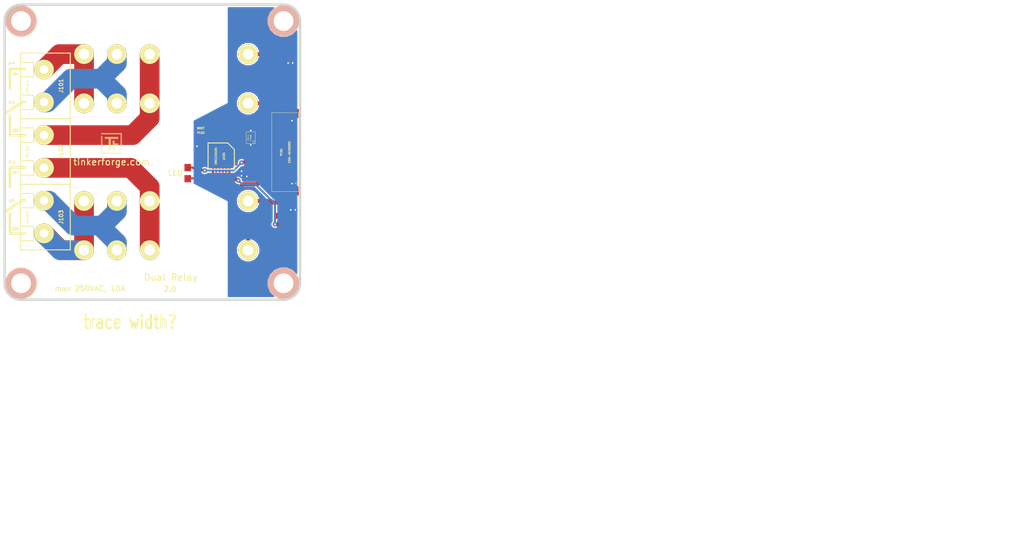
<source format=kicad_pcb>
(kicad_pcb (version 4) (host pcbnew 4.0.2+e4-6225~38~ubuntu15.10.1-stable)
  (title_block (title "Dual Relay Bricklet") (rev 1.2) (company "Tinkerforge GmbH") (comment 1 "Licensed under CERN OHL v.1.1") (comment 2 "Copyright (©) 2013, B.Nordmeyer <bastian@tinkerforge.com>"))
  (layers (0 Vorderseite signal) (31 Rückseite signal) (34 B.Paste user) (35 F.Paste user) (36 B.SilkS user) (37 F.SilkS user) (38 B.Mask user) (39 F.Mask user) (44 Edge.Cuts user))
  (net 0 "")
  (net 1 +5V)
  (net 2 GND)
  (net 3 VCC)
  (net 4 "Net-(C101-Pad2)")
  (net 5 "Net-(D101-Pad2)")
  (net 6 "Net-(FILTER101-Pad1)")
  (net 7 "Net-(FILTER101-Pad2)")
  (net 8 "Net-(FILTER101-Pad3)")
  (net 9 "Net-(FILTER101-Pad4)")
  (net 10 S-MISO)
  (net 11 S-MOSI)
  (net 12 S-CLK)
  (net 13 S-CS)
  (net 14 "Net-(J101-Pad1)")
  (net 15 "Net-(J101-Pad2)")
  (net 16 "Net-(J102-Pad1)")
  (net 17 "Net-(J102-Pad2)")
  (net 18 "Net-(J103-Pad1)")
  (net 19 "Net-(J103-Pad2)")
  (net 20 "Net-(P102-Pad2)")
  (net 21 "Net-(Q101-PadG)")
  (net 22 "Net-(D102-Pad1)")
  (net 23 "Net-(Q102-PadG)")
  (net 24 "Net-(D103-Pad1)")
  (net 25 "Net-(R101-Pad1)")
  (net 26 RELAY1)
  (net 27 RELAY0)
  (module D0603E (layer Vorderseite) (at 154.975 107.375 270)
    (fp_text reference D101)
    (fp_text value blue)
    (pad 1 smd rect (at -0.8501 0 270) (size 1.1 1) (layers Vorderseite F.Paste F.Mask) (net 3 VCC))
    (pad 2 smd rect (at 0.8501 0 270) (size 1.1 1) (layers Vorderseite F.Paste F.Mask) (net 5 "Net-(D101-Pad2)"))
  )
  (module kicad-libraries:DFN8-17x135 (layer Vorderseite) (at 164.575 101.975 270)
    (fp_text reference FILTER101 (at 0 0 270) (layer F.SilkS) (effects (font (size 0.127 0.127) (thickness 0.03175))))
    (fp_text value Filter-4x (at 0 0.4 270) (layer F.SilkS) (effects (font (size 0.127 0.127) (thickness 0.03175))))
    (pad 1 smd rect (at 0.6 -0.675 270) (size 0.25 0.6) (layers Vorderseite F.Paste F.Mask) (net 6 "Net-(FILTER101-Pad1)"))
    (pad 2 smd rect (at 0.2 -0.675 270) (size 0.25 0.6) (layers Vorderseite F.Paste F.Mask) (net 7 "Net-(FILTER101-Pad2)"))
    (pad 3 smd rect (at -0.2 -0.675 270) (size 0.25 0.6) (layers Vorderseite F.Paste F.Mask) (net 8 "Net-(FILTER101-Pad3)"))
    (pad 4 smd rect (at -0.6 -0.675 270) (size 0.25 0.6) (layers Vorderseite F.Paste F.Mask) (net 9 "Net-(FILTER101-Pad4)"))
    (pad 5 smd rect (at -0.6 0.675 270) (size 0.25 0.6) (layers Vorderseite F.Paste F.Mask) (net 10 S-MISO))
    (pad 6 smd rect (at -0.2 0.675 270) (size 0.25 0.6) (layers Vorderseite F.Paste F.Mask) (net 11 S-MOSI))
    (pad 7 smd rect (at 0.2 0.675 270) (size 0.25 0.6) (layers Vorderseite F.Paste F.Mask) (net 12 S-CLK))
    (pad 8 smd rect (at 0.6 0.675 270) (size 0.25 0.6) (layers Vorderseite F.Paste F.Mask) (net 13 S-CS))
    (pad EXP smd rect (at 0 0 270) (size 1.2 0.4) (layers Vorderseite F.Paste F.Mask) (net 2 GND))
  )
  (module AKL_5_2 (layer Vorderseite) (at 133.075 94.075 90)
    (fp_text reference J101 (at 0 2.60096 90) (layer F.SilkS) (effects (font (size 0.59944 0.59944) (thickness 0.12446))))
    (fp_text value AKL_5_2 (at -0.0508 -2.55016 90) (layer F.SilkS) (effects (font (size 0.29972 0.29972) (thickness 0.0762))))
    (pad 1 thru_hole circle (at -2.49936 0 90) (size 2.99974 2.99974) (drill 1.30048) (layers *.Cu *.Mask F.SilkS) (net 14 "Net-(J101-Pad1)"))
    (pad 2 thru_hole circle (at 2.49936 0 90) (size 2.99974 2.99974) (drill 1.30048) (layers *.Cu *.Mask F.SilkS) (net 15 "Net-(J101-Pad2)"))
  )
  (module AKL_5_2 (layer Vorderseite) (at 133.075 104.075 90)
    (fp_text reference J102 (at 0 2.60096 90) (layer F.SilkS) (effects (font (size 0.59944 0.59944) (thickness 0.12446))))
    (fp_text value AKL_5_2 (at -0.0508 -2.55016 90) (layer F.SilkS) (effects (font (size 0.29972 0.29972) (thickness 0.0762))))
    (pad 1 thru_hole circle (at -2.49936 0 90) (size 2.99974 2.99974) (drill 1.30048) (layers *.Cu *.Mask F.SilkS) (net 16 "Net-(J102-Pad1)"))
    (pad 2 thru_hole circle (at 2.49936 0 90) (size 2.99974 2.99974) (drill 1.30048) (layers *.Cu *.Mask F.SilkS) (net 17 "Net-(J102-Pad2)"))
  )
  (module AKL_5_2 (layer Vorderseite) (at 133.075 114.075 90)
    (fp_text reference J103 (at 0 2.60096 90) (layer F.SilkS) (effects (font (size 0.59944 0.59944) (thickness 0.12446))))
    (fp_text value AKL_5_2 (at -0.0508 -2.55016 90) (layer F.SilkS) (effects (font (size 0.29972 0.29972) (thickness 0.0762))))
    (pad 1 thru_hole circle (at -2.49936 0 90) (size 2.99974 2.99974) (drill 1.30048) (layers *.Cu *.Mask F.SilkS) (net 18 "Net-(J103-Pad1)"))
    (pad 2 thru_hole circle (at 2.49936 0 90) (size 2.99974 2.99974) (drill 1.30048) (layers *.Cu *.Mask F.SilkS) (net 19 "Net-(J103-Pad2)"))
  )
  (module CON-SENSOR2 (layer Vorderseite) (at 172.075 104.175 90)
    (fp_text reference P101 (at 0 -2.85 90) (layer F.SilkS) (effects (font (size 0.3 0.3) (thickness 0.075))))
    (fp_text value CON-SENSOR2 (at 0 -1.6002 90) (layer F.SilkS) (effects (font (size 0.29972 0.29972) (thickness 0.07112))))
    (pad 1 smd rect (at -3.75 -4.6 90) (size 0.6 1.8) (layers Vorderseite F.Paste F.Mask) (net 1 +5V))
    (pad 2 smd rect (at -2.5 -4.6 90) (size 0.6 1.8) (layers Vorderseite F.Paste F.Mask) (net 2 GND))
    (pad EP smd rect (at -5.9 -1.2 90) (size 1.4 2.4) (layers Vorderseite F.Paste F.Mask) (net 2 GND))
    (pad EP smd rect (at 5.9 -1.2 90) (size 1.4 2.4) (layers Vorderseite F.Paste F.Mask) (net 2 GND))
    (pad 3 smd rect (at -1.25 -4.6 90) (size 0.6 1.8) (layers Vorderseite F.Paste F.Mask) (net 4 "Net-(C101-Pad2)"))
    (pad 4 smd rect (at 0 -4.6 90) (size 0.6 1.8) (layers Vorderseite F.Paste F.Mask) (net 6 "Net-(FILTER101-Pad1)"))
    (pad 5 smd rect (at 1.25 -4.6 90) (size 0.6 1.8) (layers Vorderseite F.Paste F.Mask) (net 7 "Net-(FILTER101-Pad2)"))
    (pad 6 smd rect (at 2.5 -4.6 90) (size 0.6 1.8) (layers Vorderseite F.Paste F.Mask) (net 8 "Net-(FILTER101-Pad3)"))
    (pad 7 smd rect (at 3.75 -4.6 90) (size 0.6 1.8) (layers Vorderseite F.Paste F.Mask) (net 9 "Net-(FILTER101-Pad4)"))
  )
  (module kicad-libraries:SolderJumper (layer Vorderseite) (at 156.975 100.875)
    (fp_text reference P102 (at 0 0.35) (layer F.SilkS) (effects (font (size 0.3 0.3) (thickness 0.0712))))
    (fp_text value BOOT (at 0 -0.35) (layer F.SilkS) (effects (font (size 0.3 0.3) (thickness 0.0712))))
    (pad 2 smd rect (at 0.55 0) (size 0.3 1.4) (layers Vorderseite F.Mask) (net 20 "Net-(P102-Pad2)"))
    (pad 2 smd rect (at 0.15 0) (size 0.6 0.5) (layers Vorderseite F.Mask) (net 20 "Net-(P102-Pad2)"))
    (pad 1 smd rect (at -0.5 0) (size 0.4 1.4) (layers Vorderseite F.Mask) (net 2 GND))
    (pad 1 smd rect (at -0.225 0.55) (size 0.95 0.3) (layers Vorderseite F.Mask) (net 2 GND))
    (pad 1 smd rect (at -0.225 -0.55) (size 0.95 0.3) (layers Vorderseite F.Mask) (net 2 GND))
  )
  (module SOT23GDS (layer Vorderseite) (at 169.375 90.375 180)
    (fp_text reference Q101)
    (fp_text value 2N7002P)
    (pad S smd rect (at -0.889 -1.016 180) (size 0.9144 0.9144) (layers Vorderseite F.Paste F.Mask) (net 2 GND))
    (pad G smd rect (at 0.889 -1.016 180) (size 0.9144 0.9144) (layers Vorderseite F.Paste F.Mask) (net 21 "Net-(Q101-PadG)"))
    (pad D smd rect (at 0 1.016 180) (size 0.9144 0.9144) (layers Vorderseite F.Paste F.Mask) (net 22 "Net-(D102-Pad1)"))
  )
  (module SOT23GDS (layer Vorderseite) (at 169.775 112.875 180)
    (fp_text reference Q102)
    (fp_text value 2N7002P)
    (pad S smd rect (at -0.889 -1.016 180) (size 0.9144 0.9144) (layers Vorderseite F.Paste F.Mask) (net 2 GND))
    (pad G smd rect (at 0.889 -1.016 180) (size 0.9144 0.9144) (layers Vorderseite F.Paste F.Mask) (net 23 "Net-(Q102-PadG)"))
    (pad D smd rect (at 0 1.016 180) (size 0.9144 0.9144) (layers Vorderseite F.Paste F.Mask) (net 24 "Net-(D103-Pad1)"))
  )
  (module RELAY_29_127 (layer Vorderseite) (at 152.675 92.975 180)
    (fp_text reference REL101)
    (fp_text value RELAY_29_127)
    (pad A1 thru_hole circle (at -11.5 -3.75 180) (size 3 3) (drill 1.6) (layers *.Cu *.Mask F.SilkS) (net 1 +5V))
    (pad A2 thru_hole circle (at -11.5 3.75 180) (size 3 3) (drill 1.6) (layers *.Cu *.Mask F.SilkS) (net 22 "Net-(D102-Pad1)"))
    (pad 5 thru_hole circle (at 8.5 3.75 180) (size 3 3) (drill 1.6) (layers *.Cu *.Mask F.SilkS) (net 14 "Net-(J101-Pad1)"))
    (pad 2 thru_hole circle (at 8.5 -3.75 180) (size 3 3) (drill 1.6) (layers *.Cu *.Mask F.SilkS) (net 14 "Net-(J101-Pad1)"))
    (pad 3 thru_hole circle (at 13.5 -3.75 180) (size 3 3) (drill 1.6) (layers *.Cu *.Mask F.SilkS) (net 15 "Net-(J101-Pad2)"))
    (pad 4 thru_hole circle (at 13.5 3.75 180) (size 3 3) (drill 1.6) (layers *.Cu *.Mask F.SilkS) (net 15 "Net-(J101-Pad2)"))
    (pad 6 thru_hole circle (at 3.5 3.75 180) (size 3 3) (drill 1.6) (layers *.Cu *.Mask F.SilkS) (net 17 "Net-(J102-Pad2)"))
    (pad 1 thru_hole circle (at 3.5 -3.75 180) (size 3 3) (drill 1.6) (layers *.Cu *.Mask F.SilkS) (net 17 "Net-(J102-Pad2)"))
  )
  (module RELAY_29_127 (layer Vorderseite) (at 152.675 115.375 180)
    (fp_text reference REL102)
    (fp_text value RELAY_29_127)
    (pad A1 thru_hole circle (at -11.5 -3.75 180) (size 3 3) (drill 1.6) (layers *.Cu *.Mask F.SilkS) (net 1 +5V))
    (pad A2 thru_hole circle (at -11.5 3.75 180) (size 3 3) (drill 1.6) (layers *.Cu *.Mask F.SilkS) (net 24 "Net-(D103-Pad1)"))
    (pad 5 thru_hole circle (at 8.5 3.75 180) (size 3 3) (drill 1.6) (layers *.Cu *.Mask F.SilkS) (net 19 "Net-(J103-Pad2)"))
    (pad 2 thru_hole circle (at 8.5 -3.75 180) (size 3 3) (drill 1.6) (layers *.Cu *.Mask F.SilkS) (net 19 "Net-(J103-Pad2)"))
    (pad 3 thru_hole circle (at 13.5 -3.75 180) (size 3 3) (drill 1.6) (layers *.Cu *.Mask F.SilkS) (net 18 "Net-(J103-Pad1)"))
    (pad 4 thru_hole circle (at 13.5 3.75 180) (size 3 3) (drill 1.6) (layers *.Cu *.Mask F.SilkS) (net 18 "Net-(J103-Pad1)"))
    (pad 6 thru_hole circle (at 3.5 3.75 180) (size 3 3) (drill 1.6) (layers *.Cu *.Mask F.SilkS) (net 16 "Net-(J102-Pad1)"))
    (pad 1 thru_hole circle (at 3.5 -3.75 180) (size 3 3) (drill 1.6) (layers *.Cu *.Mask F.SilkS) (net 16 "Net-(J102-Pad1)"))
  )
  (module kicad-libraries:QFN24-4x4mm-0.5mm (layer Vorderseite) (at 160.075 104.775 270)
    (fp_text reference U101 (at 0 -0.4 270) (layer F.SilkS) (effects (font (size 0.3 0.3) (thickness 0.075))))
    (fp_text value XMC1XXX24 (at 0 0.8 270) (layer F.SilkS) (effects (font (size 0.3 0.3) (thickness 0.075))))
    (pad 1 smd oval (at -2.025 -1.25 270) (size 1 0.3) (layers Vorderseite F.Paste F.Mask) (net 10 S-MISO))
    (pad 2 smd oval (at -2.025 -0.75 270) (size 1 0.3) (layers Vorderseite F.Paste F.Mask) (net 26 RELAY1))
    (pad 3 smd oval (at -2.025 -0.25 270) (size 1 0.3) (layers Vorderseite F.Paste F.Mask))
    (pad 4 smd oval (at -2.025 0.25 270) (size 1 0.3) (layers Vorderseite F.Paste F.Mask))
    (pad 5 smd oval (at -2.025 0.75 270) (size 1 0.3) (layers Vorderseite F.Paste F.Mask))
    (pad 6 smd oval (at -2.025 1.25 270) (size 1 0.3) (layers Vorderseite F.Paste F.Mask))
    (pad 7 smd oval (at -1.25 2.025) (size 1 0.3) (layers Vorderseite F.Paste F.Mask) (net 20 "Net-(P102-Pad2)"))
    (pad 8 smd oval (at -0.75 2.025) (size 1 0.3) (layers Vorderseite F.Paste F.Mask))
    (pad 9 smd oval (at -0.25 2.025) (size 1 0.3) (layers Vorderseite F.Paste F.Mask) (net 2 GND))
    (pad 10 smd oval (at 0.25 2.025) (size 1 0.3) (layers Vorderseite F.Paste F.Mask) (net 3 VCC))
    (pad 11 smd oval (at 0.75 2.025) (size 1 0.3) (layers Vorderseite F.Paste F.Mask))
    (pad 12 smd oval (at 1.25 2.025) (size 1 0.3) (layers Vorderseite F.Paste F.Mask))
    (pad 13 smd oval (at 2.025 1.25 270) (size 1 0.3) (layers Vorderseite F.Paste F.Mask) (net 25 "Net-(R101-Pad1)"))
    (pad 14 smd oval (at 2.025 0.75 270) (size 1 0.3) (layers Vorderseite F.Paste F.Mask))
    (pad 15 smd oval (at 2.025 0.25 270) (size 1 0.3) (layers Vorderseite F.Paste F.Mask))
    (pad 16 smd oval (at 2.025 -0.25 270) (size 1 0.3) (layers Vorderseite F.Paste F.Mask))
    (pad 17 smd oval (at 2.025 -0.75 270) (size 1 0.3) (layers Vorderseite F.Paste F.Mask))
    (pad 18 smd oval (at 2.025 -1.25 270) (size 1 0.3) (layers Vorderseite F.Paste F.Mask) (net 27 RELAY0))
    (pad 19 smd oval (at 1.25 -2.025) (size 1 0.3) (layers Vorderseite F.Paste F.Mask))
    (pad 20 smd oval (at 0.75 -2.025) (size 1 0.3) (layers Vorderseite F.Paste F.Mask))
    (pad 21 smd oval (at 0.25 -2.025) (size 1 0.3) (layers Vorderseite F.Paste F.Mask))
    (pad 22 smd oval (at -0.25 -2.025) (size 1 0.3) (layers Vorderseite F.Paste F.Mask) (net 13 S-CS))
    (pad 23 smd oval (at -0.75 -2.025) (size 1 0.3) (layers Vorderseite F.Paste F.Mask) (net 12 S-CLK))
    (pad 24 smd oval (at -1.25 -2.025) (size 1 0.3) (layers Vorderseite F.Paste F.Mask) (net 11 S-MOSI))
    (pad EXP smd rect (at 0.65 0.65 270) (size 1.3 1.3) (layers Vorderseite F.Paste F.Mask) (net 2 GND))
    (pad EXP smd rect (at 0.65 -0.65 270) (size 1.3 1.3) (layers Vorderseite F.Paste F.Mask) (net 2 GND))
    (pad EXP smd rect (at -0.65 0.65 270) (size 1.3 1.3) (layers Vorderseite F.Paste F.Mask) (net 2 GND))
    (pad EXP smd rect (at -0.65 -0.65 270) (size 1.3 1.3) (layers Vorderseite F.Paste F.Mask) (net 2 GND))
  )
  (module DRILL_NP (layer Vorderseite) (at 169.575 84.175)
    (fp_text reference U102 hide)
    (fp_text value DRILL hide)
    (pad "" np_thru_hole circle (at 0 0) (size 2.99974 2.99974) (drill 2.99974) (layers *.Cu *.Mask F.SilkS) (clearance 0.89916))
  )
  (module DRILL_NP (layer Vorderseite) (at 169.575 124.175)
    (fp_text reference U103 hide)
    (fp_text value DRILL hide)
    (pad "" np_thru_hole circle (at 0 0) (size 2.99974 2.99974) (drill 2.99974) (layers *.Cu *.Mask F.SilkS) (clearance 0.89916))
  )
  (module DRILL_NP (layer Vorderseite) (at 129.575 84.175)
    (fp_text reference U104 hide)
    (fp_text value DRILL hide)
    (pad "" np_thru_hole circle (at 0 0) (size 2.99974 2.99974) (drill 2.99974) (layers *.Cu *.Mask F.SilkS) (clearance 0.89916))
  )
  (module DRILL_NP (layer Vorderseite) (at 129.575 124.175)
    (fp_text reference U105 hide)
    (fp_text value DRILL hide)
    (pad "" np_thru_hole circle (at 0 0) (size 2.99974 2.99974) (drill 2.99974) (layers *.Cu *.Mask F.SilkS) (clearance 0.89916))
  )
  (module C0603F (layer Vorderseite) (at 165.575 106.375 90)
    (fp_text reference C101)
    (fp_text value 1uF)
    (pad 1 smd rect (at -0.75 0 90) (size 0.9 0.9) (layers Vorderseite F.Paste F.Mask) (net 2 GND))
    (pad 2 smd rect (at 0.75 0 90) (size 0.9 0.9) (layers Vorderseite F.Paste F.Mask) (net 4 "Net-(C101-Pad2)"))
  )
  (module C0603F (layer Vorderseite) (at 163.975 106.375 90)
    (fp_text reference C102)
    (fp_text value 1uF)
    (pad 1 smd rect (at -0.75 0 90) (size 0.9 0.9) (layers Vorderseite F.Paste F.Mask) (net 2 GND))
    (pad 2 smd rect (at 0.75 0 90) (size 0.9 0.9) (layers Vorderseite F.Paste F.Mask) (net 3 VCC))
  )
  (module C0603F (layer Vorderseite) (at 156.375 104.775 90)
    (fp_text reference C103)
    (fp_text value 100nF)
    (pad 1 smd rect (at -0.75 0 90) (size 0.9 0.9) (layers Vorderseite F.Paste F.Mask) (net 3 VCC))
    (pad 2 smd rect (at 0.75 0 90) (size 0.9 0.9) (layers Vorderseite F.Paste F.Mask) (net 2 GND))
  )
  (module R0603F (layer Vorderseite) (at 164.775 104.375 180)
    (fp_text reference FB101)
    (fp_text value FILTER)
    (pad 1 smd rect (at -0.75 0 180) (size 0.9 0.9) (layers Vorderseite F.Paste F.Mask) (net 4 "Net-(C101-Pad2)"))
    (pad 2 smd rect (at 0.75 0 180) (size 0.9 0.9) (layers Vorderseite F.Paste F.Mask) (net 3 VCC))
  )
  (module R0603F (layer Vorderseite) (at 157.675 108.175 180)
    (fp_text reference R101)
    (fp_text value 1k)
    (pad 1 smd rect (at -0.75 0 180) (size 0.9 0.9) (layers Vorderseite F.Paste F.Mask) (net 25 "Net-(R101-Pad1)"))
    (pad 2 smd rect (at 0.75 0 180) (size 0.9 0.9) (layers Vorderseite F.Paste F.Mask) (net 5 "Net-(D101-Pad2)"))
  )
  (module R0603F (layer Vorderseite) (at 161.175 100.175 180)
    (fp_text reference R102)
    (fp_text value 10)
    (pad 1 smd rect (at -0.75 0 180) (size 0.9 0.9) (layers Vorderseite F.Paste F.Mask) (net 21 "Net-(Q101-PadG)"))
    (pad 2 smd rect (at 0.75 0 180) (size 0.9 0.9) (layers Vorderseite F.Paste F.Mask) (net 26 RELAY1))
  )
  (module R0603F (layer Vorderseite) (at 161.175 108.175 180)
    (fp_text reference R103)
    (fp_text value 10)
    (pad 1 smd rect (at -0.75 0 180) (size 0.9 0.9) (layers Vorderseite F.Paste F.Mask) (net 23 "Net-(Q102-PadG)"))
    (pad 2 smd rect (at 0.75 0 180) (size 0.9 0.9) (layers Vorderseite F.Paste F.Mask) (net 27 RELAY0))
  )
  (module R0603F (layer Vorderseite) (at 169.375 92.675 180)
    (fp_text reference R104)
    (fp_text value 10k)
    (pad 1 smd rect (at -0.75 0 180) (size 0.9 0.9) (layers Vorderseite F.Paste F.Mask) (net 2 GND))
    (pad 2 smd rect (at 0.75 0 180) (size 0.9 0.9) (layers Vorderseite F.Paste F.Mask) (net 21 "Net-(Q101-PadG)"))
  )
  (module R0603F (layer Vorderseite) (at 169.775 115.175 180)
    (fp_text reference R105)
    (fp_text value 10k)
    (pad 1 smd rect (at -0.75 0 180) (size 0.9 0.9) (layers Vorderseite F.Paste F.Mask) (net 2 GND))
    (pad 2 smd rect (at 0.75 0 180) (size 0.9 0.9) (layers Vorderseite F.Paste F.Mask) (net 23 "Net-(Q102-PadG)"))
  )
  (module kicad-libraries:Logo_31x31 (layer Vorderseite) (at 141.775 101.275)
    (fp_text reference G*** hide)
    (fp_text value Logo_31x31 hide)
  )
  (gr_text "trace width?" (at 146.175 130.075) (layer F.SilkS) (effects (font (size 2.032 1.524) (thickness 0.3048))))
  (gr_text LED (at 153.075 107.375) (layer F.SilkS) (effects (font (size 0.8001 0.8001) (thickness 0.14986))))
  (gr_text A (at 128.7 107.25 270) (layer F.SilkS) (effects (font (size 0.7 0.7) (thickness 0.14986))))
  (gr_text B (at 128.7 115.85 270) (layer F.SilkS) (effects (font (size 0.7 0.7) (thickness 0.14986))))
  (gr_line (start 127.9 106.5) (end 127.9 108.65) (angle 90) (layer F.SilkS) (width 0.381))
  (gr_line (start 127.9 106.5) (end 129.7 106.5) (angle 90) (layer F.SilkS) (width 0.381))
  (gr_text S (at 128.1 111.6 270) (layer F.SilkS) (effects (font (size 0.7 0.7) (thickness 0.14986))))
  (gr_line (start 127.9 109.5) (end 127.9 108.65) (angle 90) (layer F.SilkS) (width 0.381))
  (gr_line (start 127.9 116.6) (end 127.9 113.6) (angle 90) (layer F.SilkS) (width 0.381))
  (gr_line (start 127.9 116.6) (end 129.7 116.6) (angle 90) (layer F.SilkS) (width 0.381))
  (gr_line (start 129.7 111.55) (end 130.25 111.55) (angle 90) (layer F.SilkS) (width 0.381))
  (gr_line (start 129.7 106.5) (end 130.175 106.5) (angle 90) (layer F.SilkS) (width 0.381))
  (gr_line (start 129.675 116.6) (end 130.225 116.6) (angle 90) (layer F.SilkS) (width 0.381))
  (gr_line (start 129.7 111.55) (end 127.4 113.15) (angle 90) (layer F.SilkS) (width 0.381))
  (gr_line (start 129.675 116.6) (end 130.225 116.6) (angle 90) (layer F.SilkS) (width 0.381))
  (gr_line (start 129.7 106.5) (end 130.175 106.5) (angle 90) (layer F.SilkS) (width 0.381))
  (gr_text 2 (at 128.15 105.65 270) (layer F.SilkS) (effects (font (size 0.8 0.8))))
  (gr_text 1 (at 128.15 90.65 270) (layer F.SilkS) (effects (font (size 0.8 0.8))))
  (gr_line (start 129.7 91.5) (end 130.175 91.5) (angle 90) (layer F.SilkS) (width 0.381))
  (gr_line (start 129.675 101.6) (end 130.225 101.6) (angle 90) (layer F.SilkS) (width 0.381))
  (gr_line (start 129.7 96.55) (end 127.4 98.15) (angle 90) (layer F.SilkS) (width 0.381))
  (gr_line (start 129.675 101.6) (end 130.225 101.6) (angle 90) (layer F.SilkS) (width 0.381))
  (gr_line (start 129.7 91.5) (end 130.175 91.5) (angle 90) (layer F.SilkS) (width 0.381))
  (gr_line (start 129.7 96.55) (end 130.25 96.55) (angle 90) (layer F.SilkS) (width 0.381))
  (gr_line (start 127.9 101.6) (end 129.7 101.6) (angle 90) (layer F.SilkS) (width 0.381))
  (gr_line (start 127.9 101.6) (end 127.9 98.6) (angle 90) (layer F.SilkS) (width 0.381))
  (gr_line (start 127.9 94.5) (end 127.9 93.65) (angle 90) (layer F.SilkS) (width 0.381))
  (gr_text S (at 128.1 96.6 270) (layer F.SilkS) (effects (font (size 0.7 0.7) (thickness 0.14986))))
  (gr_line (start 127.9 91.5) (end 129.7 91.5) (angle 90) (layer F.SilkS) (width 0.381))
  (gr_line (start 127.9 91.5) (end 127.9 93.65) (angle 90) (layer F.SilkS) (width 0.381))
  (gr_text 2.0 (at 152.27554 125.04928) (layer F.SilkS) (effects (font (size 0.8001 0.8001) (thickness 0.14986))))
  (gr_text tinkerforge.com (at 143.375 105.675) (layer F.SilkS) (effects (font (size 1.00076 1.00076) (thickness 0.14986))))
  (gr_text "max 250VAC, 10A" (at 140.07338 124.97308) (layer F.SilkS) (effects (font (size 0.8001 0.8001) (thickness 0.14986))))
  (gr_text B (at 128.7 100.85 270) (layer F.SilkS) (effects (font (size 0.7 0.7) (thickness 0.14986))))
  (gr_text A (at 128.7 92.25 270) (layer F.SilkS) (effects (font (size 0.7 0.7) (thickness 0.14986))))
  (gr_line (start 127.07366 124.17298) (end 127.07366 84.17306) (angle 90) (layer Edge.Cuts) (width 0.381))
  (gr_line (start 129.57302 126.67234) (end 169.57294 126.67234) (angle 90) (layer Edge.Cuts) (width 0.381))
  (gr_line (start 129.57302 81.67116) (end 169.57294 81.67116) (angle 90) (layer Edge.Cuts) (width 0.381))
  (gr_arc (start 129.57302 84.17306) (end 127.07366 84.17306) (angle 90) (layer Edge.Cuts) (width 0.381))
  (gr_arc (start 129.57302 124.17298) (end 129.57302 126.67234) (angle 90) (layer Edge.Cuts) (width 0.381))
  (gr_line (start 172.0723 124.17298) (end 172.0723 84.17306) (angle 90) (layer Edge.Cuts) (width 0.381))
  (gr_arc (start 169.57294 124.17298) (end 172.0723 124.17298) (angle 90) (layer Edge.Cuts) (width 0.381))
  (gr_arc (start 169.57294 84.17306) (end 169.57294 81.67116) (angle 90) (layer Edge.Cuts) (width 0.381))
  (gr_text "Dual Relay" (at 152.3746 123.27128) (layer F.SilkS) (effects (font (size 1.00076 1.00076) (thickness 0.14986))))
  (segment (start 167.475 107.925) (end 166.725 107.925) (width 0.59944) (layer Vorderseite) (net 1))
  (segment (start 166.725 107.925) (end 165.575 109.075) (width 0.59944) (layer Vorderseite) (net 1))
  (segment (start 164.175 116.075) (end 164.175 119.125) (width 0.59944) (layer Vorderseite) (net 1))
  (segment (start 161.875 113.775) (end 164.175 116.075) (width 0.59944) (layer Vorderseite) (net 1))
  (segment (start 161.875 110.575) (end 161.875 113.775) (width 0.59944) (layer Vorderseite) (net 1))
  (segment (start 163.375 109.075) (end 161.875 110.575) (width 0.59944) (layer Vorderseite) (net 1))
  (segment (start 165.575 109.075) (end 163.375 109.075) (width 0.59944) (layer Vorderseite) (net 1))
  (segment (start 167.475 107.925) (end 168.325 107.925) (width 0.59944) (layer Vorderseite) (net 1))
  (segment (start 168.325 107.925) (end 169.375 106.875) (width 0.59944) (layer Vorderseite) (net 1))
  (segment (start 166.325 96.725) (end 164.175 96.725) (width 0.59944) (layer Vorderseite) (net 1))
  (segment (start 169.375 99.775) (end 166.325 96.725) (width 0.59944) (layer Vorderseite) (net 1))
  (segment (start 169.375 106.875) (end 169.375 99.775) (width 0.59944) (layer Vorderseite) (net 1))
  (segment (start 156.475 100.875) (end 156.475 101.375) (width 0.24892) (layer Vorderseite) (net 2))
  (segment (start 156.475 101.375) (end 156.525 101.425) (width 0.24892) (layer Vorderseite) (net 2))
  (segment (start 156.525 101.425) (end 156.775 101.425) (width 0.24892) (layer Vorderseite) (net 2))
  (segment (start 156.775 101.425) (end 156.75 101.425) (width 0.24892) (layer Vorderseite) (net 2))
  (segment (start 156.75 100.325) (end 156.525 100.325) (width 0.24892) (layer Vorderseite) (net 2))
  (segment (start 156.525 100.325) (end 156.475 100.375) (width 0.24892) (layer Vorderseite) (net 2))
  (segment (start 156.475 100.375) (end 156.475 100.875) (width 0.24892) (layer Vorderseite) (net 2))
  (segment (start 170.675 112.975) (end 170.675 109.175) (width 0.29972) (layer Rückseite) (net 2))
  (segment (start 170.664 112.986) (end 170.675 112.975) (width 0.59944) (layer Vorderseite) (net 2))
  (via (at 170.675 112.975) (size 0.70104) (drill 0.24892) (layers Vorderseite Rückseite) (net 2))
  (segment (start 170.664 113.891) (end 170.664 112.986) (width 0.59944) (layer Vorderseite) (net 2))
  (segment (start 170.675 109.175) (end 170.875 108.975) (width 0.29972) (layer Rückseite) (net 2))
  (segment (start 170.275 90.575) (end 170.275 98.775) (width 0.29972) (layer Rückseite) (net 2))
  (segment (start 170.264 90.586) (end 170.275 90.575) (width 0.59944) (layer Vorderseite) (net 2))
  (via (at 170.275 90.575) (size 0.70104) (drill 0.24892) (layers Vorderseite Rückseite) (net 2))
  (segment (start 170.264 91.391) (end 170.264 90.586) (width 0.59944) (layer Vorderseite) (net 2))
  (segment (start 170.275 98.775) (end 170.875 99.375) (width 0.29972) (layer Rückseite) (net 2))
  (segment (start 170.875 99.375) (end 166.075 99.375) (width 0.29972) (layer Rückseite) (net 2))
  (segment (start 166.075 99.375) (end 164.575 100.875) (width 0.29972) (layer Rückseite) (net 2))
  (segment (start 164.575 100.875) (end 164.575 101.975) (width 0.24892) (layer Vorderseite) (net 2))
  (via (at 164.575 100.875) (size 0.70104) (drill 0.24892) (layers Vorderseite Rückseite) (net 2))
  (via (at 170.875 99.375) (size 0.70104) (drill 0.24892) (layers Vorderseite Rückseite) (net 2))
  (segment (start 170.875 98.275) (end 170.875 99.375) (width 0.59944) (layer Vorderseite) (net 2))
  (segment (start 170.875 108.975) (end 166.875 108.975) (width 0.29972) (layer Rückseite) (net 2))
  (segment (start 166.875 108.975) (end 165.775 107.875) (width 0.29972) (layer Rückseite) (net 2))
  (segment (start 165.775 107.875) (end 163.975 107.875) (width 0.29972) (layer Rückseite) (net 2))
  (segment (start 163.975 107.875) (end 163.975 107.125) (width 0.59944) (layer Vorderseite) (net 2))
  (via (at 163.975 107.875) (size 0.70104) (drill 0.24892) (layers Vorderseite Rückseite) (net 2))
  (via (at 170.875 108.975) (size 0.70104) (drill 0.24892) (layers Vorderseite Rückseite) (net 2))
  (segment (start 170.875 110.075) (end 170.875 108.975) (width 0.59944) (layer Vorderseite) (net 2))
  (segment (start 164.575 103.075) (end 164.575 105.675) (width 0.29972) (layer Rückseite) (net 2))
  (segment (start 163.225 107.125) (end 163.175 107.075) (width 0.59944) (layer Vorderseite) (net 2))
  (via (at 163.175 107.075) (size 0.70104) (drill 0.24892) (layers Vorderseite Rückseite) (net 2))
  (segment (start 163.225 107.125) (end 163.975 107.125) (width 0.59944) (layer Vorderseite) (net 2))
  (segment (start 164.575 105.675) (end 163.175 107.075) (width 0.29972) (layer Rückseite) (net 2))
  (segment (start 156.375 103.275) (end 164.375 103.275) (width 0.29972) (layer Rückseite) (net 2))
  (via (at 164.575 103.075) (size 0.70104) (drill 0.24892) (layers Vorderseite Rückseite) (net 2))
  (segment (start 164.575 103.075) (end 164.575 101.975) (width 0.24892) (layer Vorderseite) (net 2))
  (via (at 156.375 103.275) (size 0.70104) (drill 0.24892) (layers Vorderseite Rückseite) (net 2))
  (segment (start 164.375 103.275) (end 164.575 103.075) (width 0.29972) (layer Rückseite) (net 2))
  (segment (start 156.475 100.875) (end 156.475 103.175) (width 0.29972) (layer Vorderseite) (net 2))
  (segment (start 156.375 103.275) (end 156.375 104.025) (width 0.29972) (layer Vorderseite) (net 2))
  (segment (start 156.475 103.175) (end 156.375 103.275) (width 0.29972) (layer Vorderseite) (net 2))
  (segment (start 160.725 105.425) (end 159.425 105.425) (width 0.29972) (layer Vorderseite) (net 2))
  (segment (start 160.725 104.125) (end 160.725 105.425) (width 0.29972) (layer Vorderseite) (net 2))
  (segment (start 159.425 104.125) (end 160.725 104.125) (width 0.29972) (layer Vorderseite) (net 2))
  (segment (start 158.05 104.525) (end 159.025 104.525) (width 0.29972) (layer Vorderseite) (net 2))
  (segment (start 159.025 104.525) (end 159.425 104.125) (width 0.29972) (layer Vorderseite) (net 2))
  (segment (start 163.975 107.125) (end 163.825 107.125) (width 0.59944) (layer Vorderseite) (net 2))
  (segment (start 163.825 107.125) (end 163.175 107.775) (width 0.59944) (layer Vorderseite) (net 2))
  (via (at 163.175 107.775) (size 0.70104) (drill 0.24892) (layers Vorderseite Rückseite) (net 2))
  (segment (start 170.264 91.391) (end 170.264 91.286) (width 0.59944) (layer Vorderseite) (net 2))
  (segment (start 170.264 91.286) (end 170.975 90.575) (width 0.59944) (layer Vorderseite) (net 2))
  (via (at 170.975 90.575) (size 0.70104) (drill 0.24892) (layers Vorderseite Rückseite) (net 2))
  (segment (start 170.125 92.675) (end 170.125 92.225) (width 0.59944) (layer Vorderseite) (net 2))
  (segment (start 170.125 92.225) (end 170.264 92.086) (width 0.59944) (layer Vorderseite) (net 2))
  (segment (start 170.264 92.086) (end 170.264 91.391) (width 0.59944) (layer Vorderseite) (net 2))
  (segment (start 170.664 113.891) (end 170.664 113.686) (width 0.59944) (layer Vorderseite) (net 2))
  (segment (start 170.664 113.686) (end 171.375 112.975) (width 0.59944) (layer Vorderseite) (net 2))
  (via (at 171.375 112.975) (size 0.70104) (drill 0.24892) (layers Vorderseite Rückseite) (net 2))
  (segment (start 170.525 115.175) (end 170.525 114.03) (width 0.59944) (layer Vorderseite) (net 2))
  (segment (start 170.525 114.03) (end 170.664 113.891) (width 0.59944) (layer Vorderseite) (net 2))
  (segment (start 165.575 107.125) (end 163.975 107.125) (width 0.59944) (layer Vorderseite) (net 2))
  (segment (start 167.475 106.675) (end 166.575 106.675) (width 0.59944) (layer Vorderseite) (net 2))
  (segment (start 166.575 106.675) (end 166.125 107.125) (width 0.59944) (layer Vorderseite) (net 2))
  (segment (start 166.125 107.125) (end 165.575 107.125) (width 0.59944) (layer Vorderseite) (net 2))
  (segment (start 158.05 104.525) (end 157.325 104.525) (width 0.29972) (layer Vorderseite) (net 2))
  (segment (start 157.325 104.525) (end 156.825 104.025) (width 0.29972) (layer Vorderseite) (net 2))
  (segment (start 156.825 104.025) (end 156.375 104.025) (width 0.29972) (layer Vorderseite) (net 2))
  (segment (start 157.575 106.975) (end 156.175 106.975) (width 0.29972) (layer Vorderseite) (net 3))
  (segment (start 155.7249 106.5249) (end 154.975 106.5249) (width 0.29972) (layer Vorderseite) (net 3))
  (segment (start 156.175 106.975) (end 155.7249 106.5249) (width 0.29972) (layer Vorderseite) (net 3))
  (segment (start 156.375 105.525) (end 156.375 106.075) (width 0.29972) (layer Vorderseite) (net 3))
  (segment (start 157.275 106.975) (end 157.575 106.975) (width 0.29972) (layer Vorderseite) (net 3))
  (segment (start 156.375 106.075) (end 157.275 106.975) (width 0.29972) (layer Vorderseite) (net 3))
  (segment (start 163.975 105.625) (end 163.325 105.625) (width 0.29972) (layer Vorderseite) (net 3))
  (segment (start 163.325 105.625) (end 163.175 105.775) (width 0.29972) (layer Vorderseite) (net 3))
  (via (at 163.175 105.775) (size 0.70104) (drill 0.24892) (layers Vorderseite Rückseite) (net 3))
  (segment (start 163.175 105.775) (end 161.975 106.975) (width 0.29972) (layer Rückseite) (net 3))
  (segment (start 161.975 106.975) (end 157.575 106.975) (width 0.29972) (layer Rückseite) (net 3))
  (via (at 157.575 106.975) (size 0.70104) (drill 0.24892) (layers Vorderseite Rückseite) (net 3))
  (segment (start 158.05 105.025) (end 157.325 105.025) (width 0.29972) (layer Vorderseite) (net 3))
  (segment (start 157.325 105.025) (end 156.825 105.525) (width 0.29972) (layer Vorderseite) (net 3))
  (segment (start 156.825 105.525) (end 156.375 105.525) (width 0.29972) (layer Vorderseite) (net 3))
  (segment (start 163.975 105.625) (end 163.975 104.425) (width 0.59944) (layer Vorderseite) (net 3))
  (segment (start 163.975 104.425) (end 164.025 104.375) (width 0.59944) (layer Vorderseite) (net 3))
  (segment (start 165.575 105.625) (end 165.575 104.425) (width 0.59944) (layer Vorderseite) (net 4))
  (segment (start 165.575 104.425) (end 165.525 104.375) (width 0.59944) (layer Vorderseite) (net 4))
  (segment (start 167.475 105.425) (end 166.625 105.425) (width 0.59944) (layer Vorderseite) (net 4))
  (segment (start 166.625 105.425) (end 166.425 105.625) (width 0.59944) (layer Vorderseite) (net 4))
  (segment (start 166.425 105.625) (end 165.575 105.625) (width 0.59944) (layer Vorderseite) (net 4))
  (segment (start 156.925 108.175) (end 155.0251 108.175) (width 0.29972) (layer Vorderseite) (net 5))
  (segment (start 155.0251 108.175) (end 154.975 108.2251) (width 0.29972) (layer Vorderseite) (net 5))
  (segment (start 167.475 104.175) (end 166.675 104.175) (width 0.24892) (layer Vorderseite) (net 6))
  (segment (start 166.675 104.175) (end 165.875 103.375) (width 0.24892) (layer Vorderseite) (net 6))
  (segment (start 165.875 103.375) (end 165.875 102.875) (width 0.24892) (layer Vorderseite) (net 6))
  (segment (start 165.875 102.875) (end 165.575 102.575) (width 0.24892) (layer Vorderseite) (net 6))
  (segment (start 165.575 102.575) (end 165.25 102.575) (width 0.24892) (layer Vorderseite) (net 6))
  (segment (start 165.25 102.175) (end 165.875 102.175) (width 0.24892) (layer Vorderseite) (net 7))
  (segment (start 165.875 102.175) (end 166.625 102.925) (width 0.24892) (layer Vorderseite) (net 7))
  (segment (start 166.625 102.925) (end 167.475 102.925) (width 0.24892) (layer Vorderseite) (net 7))
  (segment (start 165.25 101.775) (end 166.175 101.775) (width 0.24892) (layer Vorderseite) (net 8))
  (segment (start 166.275 101.675) (end 167.475 101.675) (width 0.24892) (layer Vorderseite) (net 8))
  (segment (start 166.175 101.775) (end 166.275 101.675) (width 0.24892) (layer Vorderseite) (net 8))
  (segment (start 165.25 101.375) (end 165.775 101.375) (width 0.24892) (layer Vorderseite) (net 9))
  (segment (start 166.725 100.425) (end 167.475 100.425) (width 0.24892) (layer Vorderseite) (net 9))
  (segment (start 165.775 101.375) (end 166.725 100.425) (width 0.24892) (layer Vorderseite) (net 9))
  (segment (start 163.9 101.375) (end 162.175 101.375) (width 0.24892) (layer Vorderseite) (net 10))
  (segment (start 161.325 102.225) (end 161.325 102.75) (width 0.24892) (layer Vorderseite) (net 10))
  (segment (start 162.175 101.375) (end 161.325 102.225) (width 0.24892) (layer Vorderseite) (net 10))
  (segment (start 163.9 101.775) (end 162.875 101.775) (width 0.24892) (layer Vorderseite) (net 11))
  (segment (start 162.1 102.55) (end 162.1 103.525) (width 0.24892) (layer Vorderseite) (net 11))
  (segment (start 162.875 101.775) (end 162.1 102.55) (width 0.24892) (layer Vorderseite) (net 11))
  (segment (start 162.1 104.025) (end 162.626218 104.025) (width 0.24892) (layer Vorderseite) (net 12))
  (segment (start 163.175 102.175) (end 163.9 102.175) (width 0.24892) (layer Vorderseite) (net 12))
  (segment (start 162.876218 102.473782) (end 163.175 102.175) (width 0.24892) (layer Vorderseite) (net 12))
  (segment (start 162.876218 103.775) (end 162.876218 102.473782) (width 0.24892) (layer Vorderseite) (net 12))
  (segment (start 162.626218 104.025) (end 162.876218 103.775) (width 0.24892) (layer Vorderseite) (net 12))
  (segment (start 162.1 104.525) (end 162.725 104.525) (width 0.24892) (layer Vorderseite) (net 13))
  (segment (start 163.575 102.575) (end 163.9 102.575) (width 0.24892) (layer Vorderseite) (net 13))
  (segment (start 163.275 102.875) (end 163.575 102.575) (width 0.24892) (layer Vorderseite) (net 13))
  (segment (start 163.275 103.975) (end 163.275 102.875) (width 0.24892) (layer Vorderseite) (net 13))
  (segment (start 162.725 104.525) (end 163.275 103.975) (width 0.24892) (layer Vorderseite) (net 13))
  (segment (start 144.175 96.725) (end 144.175 95.375) (width 2.99974) (layer Rückseite) (net 14))
  (segment (start 144.175 95.375) (end 141.775 92.975) (width 2.99974) (layer Rückseite) (net 14))
  (segment (start 133.075 96.57436) (end 133.57564 96.57436) (width 2.99974) (layer Rückseite) (net 14))
  (segment (start 133.57564 96.57436) (end 137.175 92.975) (width 2.99974) (layer Rückseite) (net 14))
  (segment (start 137.175 92.975) (end 141.775 92.975) (width 2.99974) (layer Rückseite) (net 14))
  (segment (start 141.775 92.975) (end 144.175 90.575) (width 2.99974) (layer Rückseite) (net 14))
  (segment (start 144.175 90.575) (end 144.175 89.225) (width 2.99974) (layer Rückseite) (net 14))
  (segment (start 139.175 96.725) (end 139.175 89.225) (width 2.99974) (layer Vorderseite) (net 15))
  (segment (start 139.175 89.225) (end 135.42564 89.225) (width 2.99974) (layer Vorderseite) (net 15))
  (segment (start 135.42564 89.225) (end 133.075 91.57564) (width 2.99974) (layer Vorderseite) (net 15))
  (segment (start 133.075 106.57436) (end 146.27436 106.57436) (width 2.99974) (layer Vorderseite) (net 16))
  (segment (start 149.175 109.475) (end 149.175 111.625) (width 2.99974) (layer Vorderseite) (net 16))
  (segment (start 146.27436 106.57436) (end 149.175 109.475) (width 2.99974) (layer Vorderseite) (net 16))
  (segment (start 149.175 119.125) (end 149.175 111.625) (width 2.99974) (layer Vorderseite) (net 16))
  (segment (start 133.075 101.57564) (end 146.57436 101.57564) (width 2.99974) (layer Vorderseite) (net 17))
  (segment (start 149.175 98.975) (end 149.175 96.725) (width 2.99974) (layer Vorderseite) (net 17))
  (segment (start 146.57436 101.57564) (end 149.175 98.975) (width 2.99974) (layer Vorderseite) (net 17))
  (segment (start 149.175 96.725) (end 149.175 89.225) (width 2.99974) (layer Vorderseite) (net 17))
  (segment (start 133.075 116.57436) (end 133.075 116.675) (width 2.99974) (layer Rückseite) (net 18))
  (segment (start 133.075 116.675) (end 135.525 119.125) (width 2.99974) (layer Rückseite) (net 18))
  (segment (start 135.525 119.125) (end 139.175 119.125) (width 2.99974) (layer Rückseite) (net 18))
  (segment (start 139.175 119.125) (end 135.62564 119.125) (width 2.99974) (layer Vorderseite) (net 18))
  (segment (start 135.62564 119.125) (end 133.075 116.57436) (width 2.99974) (layer Vorderseite) (net 18))
  (segment (start 139.175 111.625) (end 139.175 119.125) (width 2.99974) (layer Vorderseite) (net 18))
  (segment (start 133.075 111.57564) (end 133.77564 111.57564) (width 2.99974) (layer Rückseite) (net 19))
  (segment (start 133.77564 111.57564) (end 137.575 115.375) (width 2.99974) (layer Rückseite) (net 19))
  (segment (start 137.575 115.375) (end 141.975 115.375) (width 2.99974) (layer Rückseite) (net 19))
  (segment (start 144.175 111.625) (end 144.175 113.175) (width 2.99974) (layer Rückseite) (net 19))
  (segment (start 144.175 113.175) (end 141.975 115.375) (width 2.99974) (layer Rückseite) (net 19))
  (segment (start 141.975 115.375) (end 141.775 115.575) (width 2.99974) (layer Rückseite) (net 19))
  (segment (start 144.175 119.125) (end 144.175 117.975) (width 2.99974) (layer Rückseite) (net 19))
  (segment (start 144.175 117.975) (end 141.775 115.575) (width 2.99974) (layer Rückseite) (net 19))
  (segment (start 157.125 100.875) (end 157.525 100.875) (width 0.29972) (layer Vorderseite) (net 20))
  (segment (start 158.05 103.525) (end 158.05 101.4) (width 0.29972) (layer Vorderseite) (net 20))
  (segment (start 158.05 101.4) (end 157.525 100.875) (width 0.29972) (layer Vorderseite) (net 20))
  (segment (start 168.625 92.675) (end 168.625 93.825) (width 0.59944) (layer Vorderseite) (net 21))
  (segment (start 161.925 95.825) (end 161.925 100.175) (width 0.59944) (layer Vorderseite) (net 21))
  (segment (start 163.475 94.275) (end 161.925 95.825) (width 0.59944) (layer Vorderseite) (net 21))
  (segment (start 168.175 94.275) (end 163.475 94.275) (width 0.59944) (layer Vorderseite) (net 21))
  (segment (start 168.625 93.825) (end 168.175 94.275) (width 0.59944) (layer Vorderseite) (net 21))
  (segment (start 168.625 92.675) (end 168.625 92.325) (width 0.59944) (layer Vorderseite) (net 21))
  (segment (start 168.625 92.325) (end 168.486 92.186) (width 0.59944) (layer Vorderseite) (net 21))
  (segment (start 168.486 92.186) (end 168.486 91.391) (width 0.59944) (layer Vorderseite) (net 21))
  (segment (start 164.175 89.225) (end 169.241 89.225) (width 0.59944) (layer Vorderseite) (net 22))
  (segment (start 169.241 89.225) (end 169.375 89.359) (width 0.59944) (layer Vorderseite) (net 22))
  (segment (start 161.925 108.175) (end 162.375 108.175) (width 0.29972) (layer Vorderseite) (net 23))
  (segment (start 162.375 108.175) (end 162.675 108.475) (width 0.29972) (layer Vorderseite) (net 23))
  (via (at 162.675 108.475) (size 0.70104) (drill 0.24892) (layers Vorderseite Rückseite) (net 23))
  (segment (start 162.675 108.475) (end 163.275 109.075) (width 0.29972) (layer Rückseite) (net 23))
  (segment (start 163.275 109.075) (end 165.275 109.075) (width 0.29972) (layer Rückseite) (net 23))
  (segment (start 165.275 109.075) (end 168.275 112.075) (width 0.29972) (layer Rückseite) (net 23))
  (segment (start 168.275 112.075) (end 168.275 115.175) (width 0.29972) (layer Rückseite) (net 23))
  (via (at 168.275 115.175) (size 0.70104) (drill 0.24892) (layers Vorderseite Rückseite) (net 23))
  (segment (start 168.275 115.175) (end 169.025 115.175) (width 0.29972) (layer Vorderseite) (net 23))
  (segment (start 169.025 115.175) (end 169.025 114.03) (width 0.59944) (layer Vorderseite) (net 23))
  (segment (start 169.025 114.03) (end 168.886 113.891) (width 0.59944) (layer Vorderseite) (net 23))
  (segment (start 164.175 111.625) (end 167.725 111.625) (width 0.59944) (layer Vorderseite) (net 24))
  (segment (start 167.959 111.859) (end 169.775 111.859) (width 0.59944) (layer Vorderseite) (net 24))
  (segment (start 167.725 111.625) (end 167.959 111.859) (width 0.59944) (layer Vorderseite) (net 24))
  (segment (start 158.825 106.8) (end 158.825 107.325) (width 0.29972) (layer Vorderseite) (net 25))
  (segment (start 158.825 107.325) (end 158.425 107.725) (width 0.29972) (layer Vorderseite) (net 25))
  (segment (start 158.425 107.725) (end 158.425 108.175) (width 0.29972) (layer Vorderseite) (net 25))
  (segment (start 158.825 106.8) (end 158.825 107.125) (width 0.29972) (layer Vorderseite) (net 25))
  (segment (start 160.825 102.75) (end 160.825 101.825) (width 0.29972) (layer Vorderseite) (net 26))
  (segment (start 160.425 101.425) (end 160.425 100.175) (width 0.29972) (layer Vorderseite) (net 26))
  (segment (start 160.825 101.825) (end 160.425 101.425) (width 0.29972) (layer Vorderseite) (net 26))
  (segment (start 161.325 106.8) (end 161.325 107.325) (width 0.29972) (layer Vorderseite) (net 27))
  (segment (start 161.325 107.325) (end 160.475 108.175) (width 0.29972) (layer Vorderseite) (net 27))
  (segment (start 160.475 108.175) (end 160.425 108.175) (width 0.29972) (layer Vorderseite) (net 27))
  (zone (net 2) (net_name GND) (layer Rückseite) (connect_pads yes (clearance 0.2)) (min_thickness 0.2) (fill yes (arc_segments 16) (thermal_gap 0.21) (thermal_bridge_width 0.21))
    (polygon (pts (xy 172.075 81.675) (xy 161.075 81.675) (xy 161.075 96.675) (xy 155.875 99.375) (xy 155.875 108.975) (xy 161.075 111.675) (xy 161.075 126.675) (xy 172.075 126.675)))
  )
)
</source>
